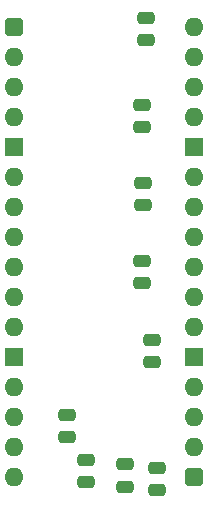
<source format=gbr>
%TF.GenerationSoftware,KiCad,Pcbnew,7.0.5*%
%TF.CreationDate,2024-01-10T17:59:05+02:00*%
%TF.ProjectId,HCP65 MPU Timer,48435036-3520-44d5-9055-2054696d6572,rev?*%
%TF.SameCoordinates,Original*%
%TF.FileFunction,Soldermask,Bot*%
%TF.FilePolarity,Negative*%
%FSLAX46Y46*%
G04 Gerber Fmt 4.6, Leading zero omitted, Abs format (unit mm)*
G04 Created by KiCad (PCBNEW 7.0.5) date 2024-01-10 17:59:05*
%MOMM*%
%LPD*%
G01*
G04 APERTURE LIST*
G04 Aperture macros list*
%AMRoundRect*
0 Rectangle with rounded corners*
0 $1 Rounding radius*
0 $2 $3 $4 $5 $6 $7 $8 $9 X,Y pos of 4 corners*
0 Add a 4 corners polygon primitive as box body*
4,1,4,$2,$3,$4,$5,$6,$7,$8,$9,$2,$3,0*
0 Add four circle primitives for the rounded corners*
1,1,$1+$1,$2,$3*
1,1,$1+$1,$4,$5*
1,1,$1+$1,$6,$7*
1,1,$1+$1,$8,$9*
0 Add four rect primitives between the rounded corners*
20,1,$1+$1,$2,$3,$4,$5,0*
20,1,$1+$1,$4,$5,$6,$7,0*
20,1,$1+$1,$6,$7,$8,$9,0*
20,1,$1+$1,$8,$9,$2,$3,0*%
G04 Aperture macros list end*
%ADD10RoundRect,0.400000X-0.400000X-0.400000X0.400000X-0.400000X0.400000X0.400000X-0.400000X0.400000X0*%
%ADD11O,1.600000X1.600000*%
%ADD12R,1.600000X1.600000*%
%ADD13RoundRect,0.250000X-0.475000X0.250000X-0.475000X-0.250000X0.475000X-0.250000X0.475000X0.250000X0*%
%ADD14RoundRect,0.250000X0.475000X-0.250000X0.475000X0.250000X-0.475000X0.250000X-0.475000X-0.250000X0*%
G04 APERTURE END LIST*
D10*
%TO.C,J2*%
X88900000Y-58420000D03*
D11*
X88900000Y-60960000D03*
X88900000Y-63500000D03*
X88900000Y-66040000D03*
D12*
X88900000Y-68580000D03*
D11*
X88900000Y-71120000D03*
X88900000Y-73660000D03*
X88900000Y-76200000D03*
X88900000Y-78740000D03*
X88900000Y-81280000D03*
X88900000Y-83820000D03*
D12*
X88900000Y-86360000D03*
D11*
X88900000Y-88900000D03*
X88900000Y-91440000D03*
X88900000Y-93980000D03*
X88900000Y-96520000D03*
D10*
X104140000Y-96520000D03*
D11*
X104140000Y-93980000D03*
X104140000Y-91440000D03*
X104140000Y-88900000D03*
D12*
X104140000Y-86360000D03*
D11*
X104140000Y-83820000D03*
X104140000Y-81280000D03*
X104140000Y-78740000D03*
X104140000Y-76200000D03*
X104140000Y-73660000D03*
X104140000Y-71120000D03*
D12*
X104140000Y-68580000D03*
D11*
X104140000Y-66040000D03*
X104140000Y-63500000D03*
X104140000Y-60960000D03*
X104140000Y-58420000D03*
%TD*%
D13*
%TO.C,C15*%
X100076000Y-57613000D03*
X100076000Y-59513000D03*
%TD*%
%TO.C,C11*%
X99695000Y-78187000D03*
X99695000Y-80087000D03*
%TD*%
%TO.C,C5*%
X94996000Y-95078000D03*
X94996000Y-96978000D03*
%TD*%
%TO.C,C16*%
X99822000Y-71583000D03*
X99822000Y-73483000D03*
%TD*%
%TO.C,C8*%
X100965000Y-95713000D03*
X100965000Y-97613000D03*
%TD*%
%TO.C,C10*%
X100584000Y-84918000D03*
X100584000Y-86818000D03*
%TD*%
D14*
%TO.C,C6*%
X93345000Y-93136000D03*
X93345000Y-91236000D03*
%TD*%
%TO.C,C9*%
X98298000Y-97327000D03*
X98298000Y-95427000D03*
%TD*%
D13*
%TO.C,C7*%
X99695000Y-64979000D03*
X99695000Y-66879000D03*
%TD*%
M02*

</source>
